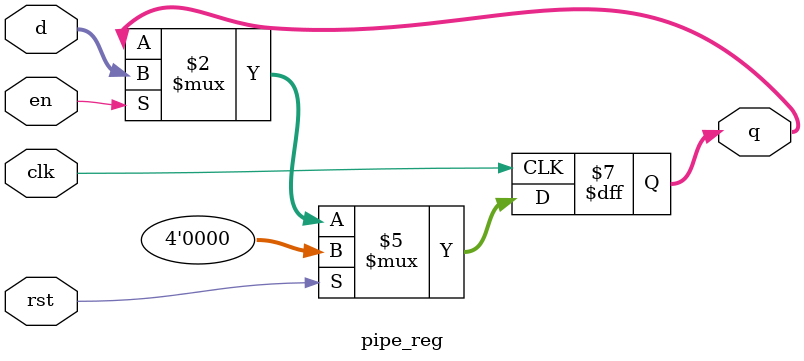
<source format=sv>
module pipe_reg #(
    parameter DW = 4,
    parameter RV = 0    // rst value of q
)(
    input clk,
    input rst, en,
    input [DW-1:0] d,
    output logic [DW-1:0] q
);
    always @(posedge clk) begin
        if(rst)
            q<=RV;
        else if(en)
            q<=d;
    end
endmodule

</source>
